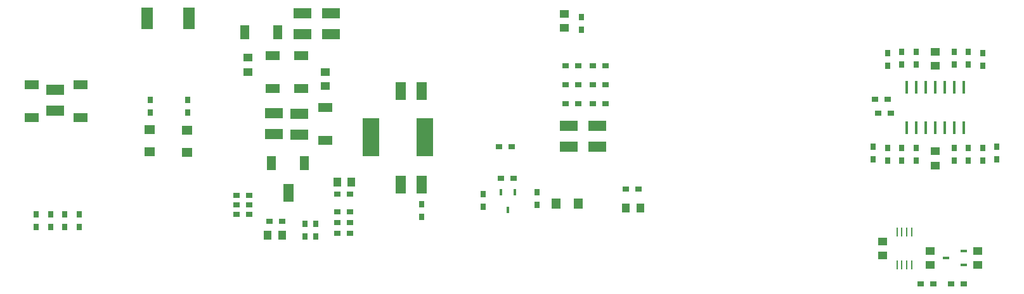
<source format=gbr>
G04 DipTrace 2.4.0.2*
%INTopPaste.gbr*%
%MOIN*%
%ADD64R,0.0077X0.0471*%
%ADD66R,0.0156X0.0707*%
%ADD68R,0.0333X0.0176*%
%ADD70R,0.055X0.0038*%
%ADD73R,0.0629X0.118*%
%ADD77R,0.0176X0.0333*%
%ADD79R,0.0873X0.2022*%
%ADD92R,0.0471X0.055*%
%ADD94R,0.055X0.0471*%
%ADD96R,0.0747X0.0471*%
%ADD98R,0.0471X0.0747*%
%ADD100R,0.0983X0.055*%
%ADD102R,0.0511X0.0432*%
%ADD104R,0.0314X0.0353*%
%ADD106R,0.055X0.0983*%
%ADD108R,0.0432X0.0511*%
%ADD110R,0.0353X0.0314*%
%FSLAX44Y44*%
G04*
G70*
G90*
G75*
G01*
%LNTopPaste*%
%LPD*%
D110*
X17812Y6063D3*
X18482D3*
X18500Y4937D3*
X17831D3*
D108*
X14171Y4812D3*
X14919D3*
D106*
X22250Y7500D3*
X21148D3*
X22250Y12437D3*
X21148D3*
D108*
X17812Y7625D3*
X18561D3*
D104*
X16686Y4749D3*
Y5419D3*
D102*
X13125Y13438D3*
Y14186D3*
D100*
X14500Y11250D3*
Y10148D3*
X15821Y11239D3*
Y10136D3*
X16000Y15438D3*
Y16540D3*
X17500Y15438D3*
Y16540D3*
D102*
X17187Y13437D3*
Y12689D3*
D104*
X46750Y8750D3*
Y9419D3*
D102*
X51500Y3250D3*
Y3998D3*
D104*
X47500Y14500D3*
Y13831D3*
X51750Y8750D3*
Y9419D3*
X51000Y14500D3*
Y13831D3*
D102*
X46500Y3752D3*
Y4500D3*
X49000Y3250D3*
Y3998D3*
X49250Y14500D3*
Y13752D3*
Y9250D3*
Y8502D3*
X29750Y15750D3*
Y16498D3*
D100*
X31500Y9500D3*
Y10602D3*
X30000Y9500D3*
Y10602D3*
X3000Y12500D3*
Y11398D3*
D108*
X33002Y6250D3*
X33750D3*
D98*
X14375Y8625D3*
X16107D3*
D96*
X14437Y12562D3*
Y14295D3*
D98*
X12946Y15509D3*
X14679D3*
D94*
X7972Y10403D3*
Y9222D3*
X9937Y9187D3*
Y10369D3*
D96*
X17187Y9812D3*
Y11545D3*
X15937Y12563D3*
Y14295D3*
D92*
X29319Y6500D3*
X30500D3*
D96*
X1750Y12750D3*
Y11018D3*
X4312Y12750D3*
Y11018D3*
D104*
X22272Y5790D3*
Y6460D3*
D110*
X49169Y2250D3*
X48500D3*
X26331Y9500D3*
X27000D3*
D79*
X22437Y10000D3*
X19587D3*
D77*
X27171Y7077D3*
X26423D3*
X26797Y6171D3*
D110*
X14250Y5562D3*
X14919D3*
X18500Y5500D3*
X17831D3*
X13187Y5937D3*
X12518D3*
X17812Y7000D3*
X18482D3*
X13187Y6437D3*
X12518D3*
X13187Y6937D3*
X12518D3*
D104*
X16125Y4750D3*
Y5419D3*
X7978Y11960D3*
Y11290D3*
X9960Y11960D3*
Y11290D3*
D73*
X10040Y16273D3*
X7835D3*
D110*
X50750Y2250D3*
X50081D3*
D104*
X47500Y8750D3*
Y9419D3*
X46000Y9500D3*
Y8831D3*
X46750Y13750D3*
Y14419D3*
X48250Y8750D3*
Y9419D3*
Y14500D3*
Y13831D3*
X51000Y8750D3*
Y9419D3*
X52500Y9498D3*
Y8829D3*
X51750Y13750D3*
Y14419D3*
X50250Y8750D3*
Y9419D3*
Y14500D3*
Y13831D3*
D110*
X46750Y12000D3*
X46081D3*
X46250Y11250D3*
X46919D3*
D104*
X30665Y16335D3*
Y15665D3*
D110*
X30500Y11750D3*
X29831D3*
X30500Y12750D3*
X29831D3*
X30500Y13750D3*
X29831D3*
X31250Y11750D3*
X31919D3*
X31250Y12750D3*
X31919D3*
X31250Y13750D3*
X31919D3*
X26415Y7835D3*
X27085D3*
D104*
X28335Y7085D3*
Y6415D3*
X25500Y7000D3*
Y6331D3*
X2000Y5250D3*
Y5919D3*
X4250Y5250D3*
Y5919D3*
D110*
X33000Y7250D3*
X33669D3*
D104*
X2750Y5250D3*
Y5919D3*
X3500Y5250D3*
Y5919D3*
D70*
X16124Y6374D3*
Y6571D3*
Y6768D3*
Y6965D3*
Y7162D3*
Y7359D3*
Y7556D3*
Y7752D3*
X14391D3*
Y7556D3*
Y7359D3*
Y7162D3*
Y6965D3*
Y6768D3*
Y6571D3*
Y6374D3*
D106*
X15258Y7063D3*
D68*
X50750Y3250D3*
Y3998D3*
X49844Y3624D3*
D66*
X47750Y10500D3*
X48250D3*
X48750D3*
X49250D3*
X49750D3*
X50250D3*
X50750D3*
Y12626D3*
X50250D3*
X49750D3*
X49250D3*
X48750D3*
X48250D3*
X47750D3*
D64*
X47250Y3250D3*
X47506D3*
X47762D3*
X48018D3*
Y4982D3*
X47762D3*
X47506D3*
X47250D3*
M02*

</source>
